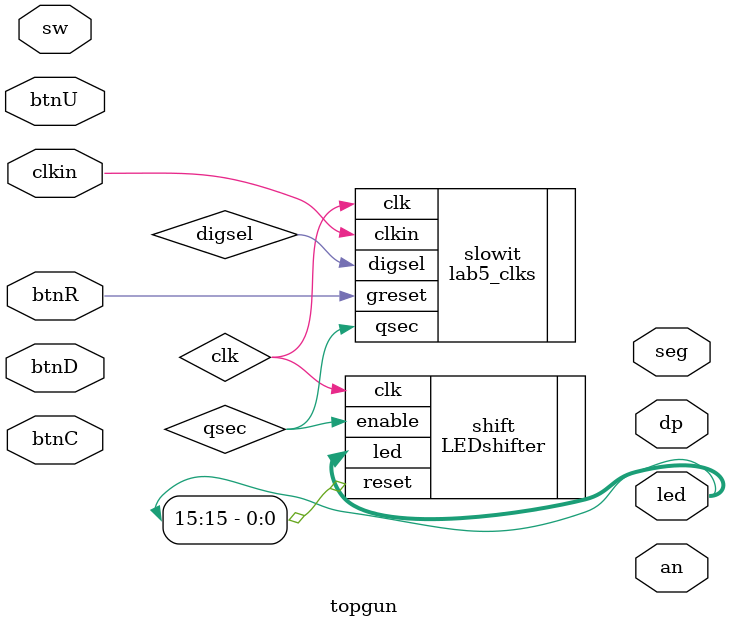
<source format=v>
`timescale 1ns / 1ps


module topgun(
    input clkin,
    input btnR,
    input btnU,
    input btnC,
    input btnD,
    input sw,
    output [15:0] led,
    output [3:0] an,
    output dp,
    output [6:0] seg
    );
    wire countleds, clk, digsel, qsec, timeup, countdown, load;
    
    //time to show in middle 2 segments of display
    wire [7:0] tiempo;
    //clock
    lab5_clks slowit (.clkin(clkin), .greset(btnR), .clk(clk), .digsel(digsel), .qsec(qsec));
    
    //state machine
    //StateoftheUnion (.btnU(btnU), .btnD(btnD), .btnC(btnC), .timeup(timeup), .lastled(led[15]), .countdown(countdown),
                     //.clk(clk), .showtime(), .load(load), .showscore(countleds), .countleds(), .incscore(), .winner());
    
    //shift leds
    LEDshifter shift (.reset(led[15]), .clk(clk), .enable(qsec), .led(led));
    
    //time counter
    //fuckingTIME (.start(load), .go(countdown), .clk(clk), .tiempo(tiempo), .timeup(timeup));
    
    //show shit on segments
    //fuckingdisplay (.digsel(digsel), .clk(clk), .inshit(), .seg(seg));
endmodule

</source>
